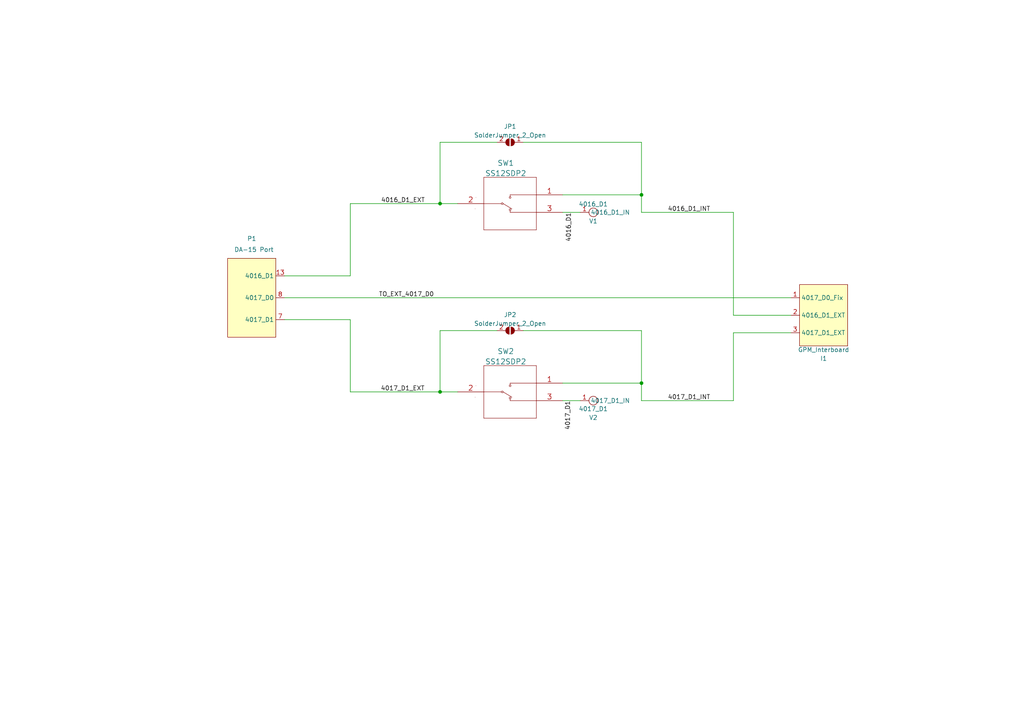
<source format=kicad_sch>
(kicad_sch (version 20211123) (generator eeschema)
  (paper "A4")
  (title_block (title "DA-15 Port Switch Board") (date "2022-09-12") (rev "GPM") (company "Jeff Chen"))
  (lib_symbols
    (symbol "DA15_Fix:4016_D1"
      (property "Reference" "V" (at 0 -2.54 0))
      (property "Value" "4016_D1" (at 0 0 0))
      (symbol "4016_D1_0_1"
        (circle (center 1.27 -6.35) (radius 1.27) (stroke (width 0.1524)))
      )
      (symbol "4016_D1_1_1"
        (pin input line (at -2.54 -6.35 0) (length 2.54) (name "4016_D1_IN") (number "1"))
      )
    )
    (symbol "DA15_Fix:4017_D1"
      (property "Reference" "V" (at 0 -2.54 0))
      (property "Value" "4017_D1" (at 0 0 0))
      (symbol "4017_D1_0_1"
        (circle (center 1.27 -6.35) (radius 1.27) (stroke (width 0.1524)))
      )
      (symbol "4017_D1_1_1"
        (pin input line (at -2.54 -6.35 0) (length 2.54) (name "4017_D1_IN") (number "1"))
      )
    )
    (symbol "DA15_Fix:DA-15_Alternate"
      (property "Reference" "P" (at 0 2.54 0))
      (property "Value" "DA-15_Alternate" (at 0 5.08 0))
      (symbol "DA-15_Alternate_0_1"
        (rectangle (start 0 0) (end 13.97 -22.86) (stroke (width 0.1524)) (fill (type background)))
      )
      (symbol "DA-15_Alternate_1_1"
        (pin output line (at -2.54 -5.08 0) (length 2.54) (name "4016_D1") (number "13"))
        (pin output line (at -2.54 -17.78 0) (length 2.54) (name "4017_D1") (number "7"))
        (pin input line (at -2.54 -11.43 0) (length 2.54) (name "4017_D0") (number "8"))
      )
    )
    (symbol "DA15_Fix:GPM_Interboard"
      (property "Reference" "I" (at 0 1.27 0))
      (property "Value" "GPM_Interboard" (at 0 3.81 0))
      (symbol "GPM_Interboard_0_1"
        (rectangle (start 0 0) (end 13.97 -17.78) (stroke (width 0.1524)) (fill (type background)))
      )
      (symbol "GPM_Interboard_1_1"
        (pin input line (at -2.54 -3.81 0) (length 2.54) (name "4017_D0_Fix") (number "1"))
        (pin input line (at -2.54 -8.89 0) (length 2.54) (name "4016_D1_EXT") (number "2"))
        (pin input line (at -2.54 -13.97 0) (length 2.54) (name "4017_D1_EXT") (number "3"))
      )
    )
    (symbol "DA15_Fix:SS12SDP2" (pin_names (offset 0.254) hide)
      (property "Reference" "SW" (at 15.24 11.43 0))
      (property "Value" "SS12SDP2" (at 15.24 8.89 0))
      (symbol "SS12SDP2_1_1"
        (polyline (pts (xy 7.62 -10.16) (xy 22.86 -10.16)) (stroke (width 0.127)))
        (polyline (pts (xy 7.62 -5.08) (xy 15.24 -5.08)) (stroke (width 0.127)))
        (polyline (pts (xy 7.62 0) (xy 15.24 0)) (stroke (width 0.127)))
        (polyline (pts (xy 7.62 5.08) (xy 7.62 -10.16)) (stroke (width 0.127)))
        (polyline (pts (xy 15.24 -5.08) (xy 15.24 -4.572)) (stroke (width 0.127)))
        (polyline (pts (xy 15.24 -0.508) (xy 15.24 0)) (stroke (width 0.127)))
        (polyline (pts (xy 17.272 -2.54) (xy 14.732 -4.064)) (stroke (width 0.127)))
        (polyline (pts (xy 22.86 -10.16) (xy 22.86 5.08)) (stroke (width 0.127)))
        (polyline (pts (xy 22.86 -2.54) (xy 17.78 -2.54)) (stroke (width 0.127)))
        (polyline (pts (xy 22.86 5.08) (xy 7.62 5.08)) (stroke (width 0.127)))
        (circle (center 15.24 -4.318) (radius 0.254) (stroke (width 0.127)))
        (arc (start 15.24 -4.064) (mid 15.24 -4.572) (end 15.24 -4.064) (stroke (width 0.127)))
        (circle (center 15.24 -0.762) (radius 0.254) (stroke (width 0.127)))
        (arc (start 15.494 -0.762) (mid 14.986 -0.762) (end 15.494 -0.762) (stroke (width 0.127)))
        (arc (start 17.272 -2.54) (mid 17.78 -2.54) (end 17.272 -2.54) (stroke (width 0.127)))
        (circle (center 17.526 -2.54) (radius 0.254) (stroke (width 0.127)))
        (arc (start 25.146 -0.762) (mid 25.654 -0.762) (end 25.146 -0.762) (stroke (width 0.127)))
        (arc (start 25.4 -4.064) (mid 25.4 -4.572) (end 25.4 -4.064) (stroke (width 0.127)))
        (pin unspecified line (at 0 0 0) (length 7.62) (name "1") (number "1"))
        (pin unspecified line (at 30.48 -2.54 180) (length 7.62) (name "2") (number "2"))
        (pin unspecified line (at 0 -5.08 0) (length 7.62) (name "3") (number "3"))
      )
    )
    (symbol "Jumper:SolderJumper_2_Open" (pin_names (offset 0) hide)
      (property "Reference" "JP" (at 0 2.032 0))
      (property "Value" "SolderJumper_2_Open" (at 0 -2.54 0))
      (symbol "SolderJumper_2_Open_0_1"
        (arc (start -0.254 1.016) (mid -1.27 0) (end -0.254 -1.016))
        (arc (start -0.254 1.016) (mid -1.27 0) (end -0.254 -1.016) (fill (type outline)))
        (polyline (pts (xy -0.254 1.016) (xy -0.254 -1.016)))
        (polyline (pts (xy 0.254 1.016) (xy 0.254 -1.016)))
        (arc (start 0.254 -1.016) (mid 1.27 0) (end 0.254 1.016))
        (arc (start 0.254 -1.016) (mid 1.27 0) (end 0.254 1.016) (fill (type outline)))
      )
      (symbol "SolderJumper_2_Open_1_1"
        (pin passive line (at -3.81 0 0) (length 2.54) (name "A") (number "1"))
        (pin passive line (at 3.81 0 180) (length 2.54) (name "B") (number "2"))
      )
    )
  )
  (junction (at 127.635 59.055))
  (junction (at 127.635 113.665))
  (junction (at 186.055 56.515))
  (junction (at 186.055 111.125))
  (wire (pts (xy 212.725 96.52) (xy 229.362 96.52)))
  (wire (pts (xy 101.6 92.71) (xy 101.6 113.665)))
  (wire (pts (xy 163.195 61.595) (xy 168.275 61.595)))
  (wire (pts (xy 144.145 41.275) (xy 127.635 41.275)))
  (wire (pts (xy 144.145 95.885) (xy 127.635 95.885)))
  (wire (pts (xy 212.725 91.44) (xy 212.725 61.595)))
  (wire (pts (xy 127.635 41.275) (xy 127.635 59.055)))
  (wire (pts (xy 132.715 113.665) (xy 127.635 113.665)))
  (wire (pts (xy 82.55 86.36) (xy 229.362 86.36)))
  (wire (pts (xy 186.055 56.515) (xy 186.055 61.595)))
  (wire (pts (xy 212.725 61.595) (xy 186.055 61.595)))
  (wire (pts (xy 151.765 95.885) (xy 186.055 95.885)))
  (wire (pts (xy 186.055 41.275) (xy 186.055 56.515)))
  (wire (pts (xy 186.055 56.515) (xy 163.195 56.515)))
  (wire (pts (xy 151.765 41.275) (xy 186.055 41.275)))
  (wire (pts (xy 168.275 116.205) (xy 163.195 116.205)))
  (wire (pts (xy 127.635 59.055) (xy 101.6 59.055)))
  (wire (pts (xy 82.55 92.71) (xy 101.6 92.71)))
  (wire (pts (xy 186.055 111.125) (xy 163.195 111.125)))
  (wire (pts (xy 186.055 116.205) (xy 186.055 111.125)))
  (wire (pts (xy 101.6 80.01) (xy 82.55 80.01)))
  (wire (pts (xy 101.6 59.055) (xy 101.6 80.01)))
  (wire (pts (xy 127.635 113.665) (xy 101.6 113.665)))
  (wire (pts (xy 212.725 96.52) (xy 212.725 116.205)))
  (wire (pts (xy 186.055 95.885) (xy 186.055 111.125)))
  (wire (pts (xy 132.715 59.055) (xy 127.635 59.055)))
  (wire (pts (xy 229.362 91.44) (xy 212.725 91.44)))
  (wire (pts (xy 212.725 116.205) (xy 186.055 116.205)))
  (wire (pts (xy 127.635 113.665) (xy 127.635 95.885)))
  (label "TO_EXT_4017_D0" (at 109.855 86.36 0))
  (label "4017_D1" (at 165.735 116.205 270))
  (label "4017_D1_INT" (at 193.675 116.205 0))
  (label "4016_D1_INT" (at 193.675 61.595 0))
  (label "4016_D1_EXT" (at 110.49 59.055 0))
  (label "4016_D1" (at 165.989 61.595 270))
  (label "4017_D1_EXT" (at 123.19 113.665 180))
  (symbol (lib_id "DA15_Fix:4017_D1") (at 170.815 109.855 0) (unit 1)
    (property "Reference" "V2" (at 172.085 121.124 0))
    (property "Value" "4017_D1" (at 172.085 118.5871 0))
    (property "Footprint" "DA15_Fix:Single Via Pin" (effects hide))
  )
  (symbol (lib_id "Jumper:SolderJumper_2_Open") (at 147.955 95.885 180) (unit 1)
    (property "Reference" "JP2" (at 147.955 91.2962 0))
    (property "Value" "SolderJumper_2_Open" (at 147.955 93.8331 0))
    (property "Footprint" "Jumper:SolderJumper-2_P1.3mm_Open_RoundedPad1.0x1.5mm" (effects hide))
  )
  (symbol (lib_id "DA15_Fix:DA-15_Alternate") (at 80.01 74.93 0) (mirror y) (unit 1)
    (property "Reference" "P1" (at 73.025 69.215 0))
    (property "Value" "DA-15 Port" (at 73.66 72.39 0))
    (property "Footprint" "DA15_Fix:DA-15 Alternate" (effects hide))
  )
  (symbol (lib_id "DA15_Fix:SS12SDP2") (at 163.195 111.125 0) (mirror y) (unit 1)
    (property "Reference" "SW2" (at 146.685 101.8974 0) (effects (font (size 1.524 1.524))))
    (property "Value" "SS12SDP2" (at 146.685 104.8908 0) (effects (font (size 1.524 1.524))))
    (property "Footprint" "DA15_Fix:SS12SDP2" (effects hide))
  )
  (symbol (lib_id "DA15_Fix:4016_D1") (at 170.815 67.945 0) (mirror x) (unit 1)
    (property "Reference" "V1" (at 172.085 64.135 0))
    (property "Value" "4016_D1" (at 172.085 59.2129 0))
    (property "Footprint" "DA15_Fix:Single Via Pin" (effects hide))
  )
  (symbol (lib_id "DA15_Fix:SS12SDP2") (at 163.195 56.515 0) (mirror y) (unit 1)
    (property "Reference" "SW1" (at 146.685 47.2874 0) (effects (font (size 1.524 1.524))))
    (property "Value" "SS12SDP2" (at 146.685 50.2808 0) (effects (font (size 1.524 1.524))))
    (property "Footprint" "DA15_Fix:SS12SDP2" (effects hide))
  )
  (symbol (lib_id "Jumper:SolderJumper_2_Open") (at 147.955 41.275 0) (mirror y) (unit 1)
    (property "Reference" "JP1" (at 147.955 36.6862 0))
    (property "Value" "SolderJumper_2_Open" (at 147.955 39.2231 0))
    (property "Footprint" "Jumper:SolderJumper-2_P1.3mm_Open_RoundedPad1.0x1.5mm" (effects hide))
  )
  (symbol (lib_id "DA15_Fix:GPM_Interboard") (at 231.902 82.55 0) (unit 1)
    (property "Reference" "I1" (at 238.887 103.979 0))
    (property "Value" "GPM_Interboard" (at 238.887 101.4421 0))
    (property "Footprint" "DA15_Fix:GPM Interboard" (effects hide))
  )
)
</source>
